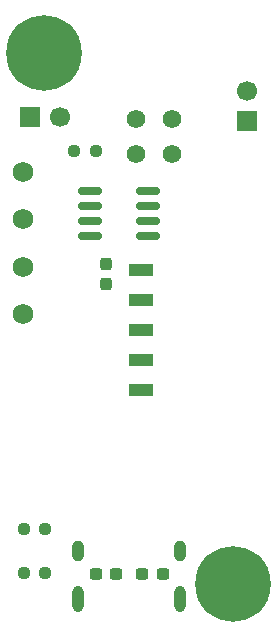
<source format=gbs>
G04 #@! TF.GenerationSoftware,KiCad,Pcbnew,9.0.7*
G04 #@! TF.CreationDate,2026-01-26T17:59:06-05:00*
G04 #@! TF.ProjectId,usbdbg,75736264-6267-42e6-9b69-6361645f7063,rev?*
G04 #@! TF.SameCoordinates,Original*
G04 #@! TF.FileFunction,Soldermask,Bot*
G04 #@! TF.FilePolarity,Negative*
%FSLAX46Y46*%
G04 Gerber Fmt 4.6, Leading zero omitted, Abs format (unit mm)*
G04 Created by KiCad (PCBNEW 9.0.7) date 2026-01-26 17:59:06*
%MOMM*%
%LPD*%
G01*
G04 APERTURE LIST*
G04 Aperture macros list*
%AMRoundRect*
0 Rectangle with rounded corners*
0 $1 Rounding radius*
0 $2 $3 $4 $5 $6 $7 $8 $9 X,Y pos of 4 corners*
0 Add a 4 corners polygon primitive as box body*
4,1,4,$2,$3,$4,$5,$6,$7,$8,$9,$2,$3,0*
0 Add four circle primitives for the rounded corners*
1,1,$1+$1,$2,$3*
1,1,$1+$1,$4,$5*
1,1,$1+$1,$6,$7*
1,1,$1+$1,$8,$9*
0 Add four rect primitives between the rounded corners*
20,1,$1+$1,$2,$3,$4,$5,0*
20,1,$1+$1,$4,$5,$6,$7,0*
20,1,$1+$1,$6,$7,$8,$9,0*
20,1,$1+$1,$8,$9,$2,$3,0*%
G04 Aperture macros list end*
%ADD10O,0.990600X2.209800*%
%ADD11O,0.990600X1.803400*%
%ADD12RoundRect,0.237500X0.300000X0.237500X-0.300000X0.237500X-0.300000X-0.237500X0.300000X-0.237500X0*%
%ADD13RoundRect,0.237500X-0.300000X-0.237500X0.300000X-0.237500X0.300000X0.237500X-0.300000X0.237500X0*%
%ADD14C,1.574800*%
%ADD15C,1.700000*%
%ADD16R,1.700000X1.700000*%
%ADD17C,1.734000*%
%ADD18C,0.800000*%
%ADD19C,6.400000*%
%ADD20RoundRect,0.237500X-0.250000X-0.237500X0.250000X-0.237500X0.250000X0.237500X-0.250000X0.237500X0*%
%ADD21RoundRect,0.237500X-0.237500X0.300000X-0.237500X-0.300000X0.237500X-0.300000X0.237500X0.300000X0*%
%ADD22R,2.000000X1.000000*%
%ADD23RoundRect,0.150000X0.825000X0.150000X-0.825000X0.150000X-0.825000X-0.150000X0.825000X-0.150000X0*%
%ADD24RoundRect,0.237500X0.250000X0.237500X-0.250000X0.237500X-0.250000X-0.237500X0.250000X-0.237500X0*%
G04 APERTURE END LIST*
D10*
G04 #@! TO.C,J4*
X189945000Y-74895051D03*
D11*
X189945000Y-70895050D03*
D10*
X181305000Y-74895051D03*
D11*
X181305000Y-70895050D03*
G04 #@! TD*
D12*
G04 #@! TO.C,R7*
X182787500Y-72800000D03*
X184512500Y-72800000D03*
G04 #@! TD*
D13*
G04 #@! TO.C,R6*
X188462500Y-72800000D03*
X186737500Y-72800000D03*
G04 #@! TD*
D14*
G04 #@! TO.C,J3*
X189224999Y-37249999D03*
X186225000Y-37249999D03*
X189224999Y-34250000D03*
X186225000Y-34250000D03*
G04 #@! TD*
D15*
G04 #@! TO.C,TERM*
X179790000Y-34150000D03*
D16*
X177250000Y-34150000D03*
G04 #@! TD*
D15*
G04 #@! TO.C,PWR*
X195600000Y-31885000D03*
D16*
X195600000Y-34425000D03*
G04 #@! TD*
D17*
G04 #@! TO.C,CANH*
X176600000Y-42775000D03*
G04 #@! TD*
G04 #@! TO.C,CANL*
X176600000Y-46775000D03*
G04 #@! TD*
G04 #@! TO.C,5V*
X176600000Y-50775000D03*
G04 #@! TD*
G04 #@! TO.C,GND*
X176600000Y-38775000D03*
G04 #@! TD*
D18*
G04 #@! TO.C,H1*
X176050000Y-28650000D03*
X176752944Y-26952944D03*
X176752944Y-30347056D03*
X178450000Y-26250000D03*
D19*
X178450000Y-28650000D03*
D18*
X178450000Y-31050000D03*
X180147056Y-26952944D03*
X180147056Y-30347056D03*
X180850000Y-28650000D03*
G04 #@! TD*
G04 #@! TO.C,H2*
X192050001Y-73650001D03*
X192752945Y-71952945D03*
X192752945Y-75347057D03*
X194450001Y-71250001D03*
D19*
X194450001Y-73650001D03*
D18*
X194450001Y-76050001D03*
X196147057Y-71952945D03*
X196147057Y-75347057D03*
X196850001Y-73650001D03*
G04 #@! TD*
D20*
G04 #@! TO.C,R5*
X180987500Y-36975000D03*
X182812500Y-36975000D03*
G04 #@! TD*
D21*
G04 #@! TO.C,C4*
X183650000Y-46537500D03*
X183650000Y-48262500D03*
G04 #@! TD*
D20*
G04 #@! TO.C,R1*
X176687500Y-68950000D03*
X178512500Y-68950000D03*
G04 #@! TD*
D22*
G04 #@! TO.C,J1*
X186612500Y-57230000D03*
X186612500Y-54690000D03*
X186612500Y-52150000D03*
X186612500Y-49610000D03*
X186612500Y-47070000D03*
G04 #@! TD*
D23*
G04 #@! TO.C,U3*
X187225000Y-40345000D03*
X187225000Y-41615000D03*
X187225000Y-42885000D03*
X187225000Y-44155000D03*
X182275000Y-44155000D03*
X182275000Y-42885000D03*
X182275000Y-41615000D03*
X182275000Y-40345000D03*
G04 #@! TD*
D24*
G04 #@! TO.C,R2*
X178512500Y-72725000D03*
X176687500Y-72725000D03*
G04 #@! TD*
M02*

</source>
